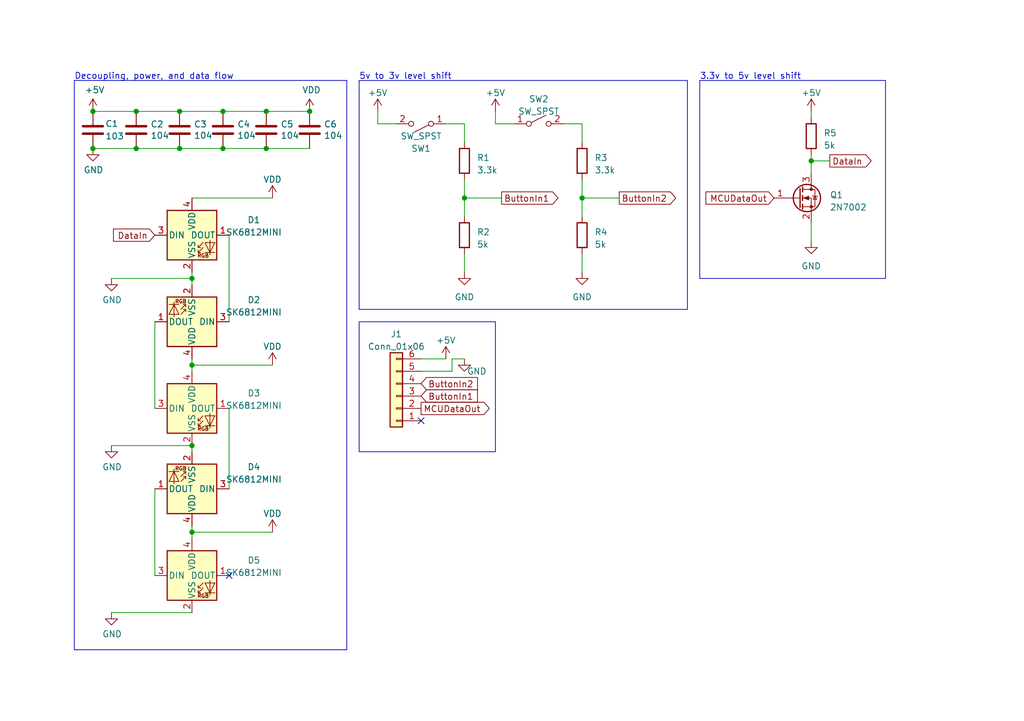
<source format=kicad_sch>
(kicad_sch (version 20230121) (generator eeschema)
  (paper "A5")
  (title_block (title "Pomoljus") (date "2023-07-10") (rev "0.2") (company "N/A"))
  (lib_symbols
    (symbol "Connector_Generic:Conn_01x06" (pin_names (offset 1.016) hide)
      (property "Reference" "J" (at 0 7.62 0))
      (property "Value" "Conn_01x06" (at 0 -10.16 0))
      (symbol "Conn_01x06_1_1"
        (rectangle (start -1.27 -7.493) (end 0 -7.747) (stroke (width 0.1524)))
        (rectangle (start -1.27 -4.953) (end 0 -5.207) (stroke (width 0.1524)))
        (rectangle (start -1.27 -2.413) (end 0 -2.667) (stroke (width 0.1524)))
        (rectangle (start -1.27 0.127) (end 0 -0.127) (stroke (width 0.1524)))
        (rectangle (start -1.27 2.667) (end 0 2.413) (stroke (width 0.1524)))
        (rectangle (start -1.27 5.207) (end 0 4.953) (stroke (width 0.1524)))
        (rectangle (start -1.27 6.35) (end 1.27 -8.89) (stroke (width 0.254)) (fill (type background)))
        (pin passive line (at -5.08 5.08 0) (length 3.81) (name "Pin_1") (number "1"))
        (pin passive line (at -5.08 2.54 0) (length 3.81) (name "Pin_2") (number "2"))
        (pin passive line (at -5.08 0 0) (length 3.81) (name "Pin_3") (number "3"))
        (pin passive line (at -5.08 -2.54 0) (length 3.81) (name "Pin_4") (number "4"))
        (pin passive line (at -5.08 -5.08 0) (length 3.81) (name "Pin_5") (number "5"))
        (pin passive line (at -5.08 -7.62 0) (length 3.81) (name "Pin_6") (number "6"))
      )
    )
    (symbol "Device:C" (pin_numbers hide) (pin_names (offset 0.254))
      (property "Reference" "C" (at 0.635 2.54 0))
      (property "Value" "C" (at 0.635 -2.54 0))
      (symbol "C_0_1"
        (polyline (pts (xy -2.032 -0.762) (xy 2.032 -0.762)) (stroke (width 0.508)))
        (polyline (pts (xy -2.032 0.762) (xy 2.032 0.762)) (stroke (width 0.508)))
      )
      (symbol "C_1_1"
        (pin passive line (at 0 3.81 270) (length 2.794) (name "~") (number "1"))
        (pin passive line (at 0 -3.81 90) (length 2.794) (name "~") (number "2"))
      )
    )
    (symbol "Device:R" (pin_numbers hide) (pin_names (offset 0))
      (property "Reference" "R" (at 2.032 0 90))
      (property "Value" "R" (at 0 0 90))
      (symbol "R_0_1"
        (rectangle (start -1.016 -2.54) (end 1.016 2.54) (stroke (width 0.254)))
      )
      (symbol "R_1_1"
        (pin passive line (at 0 3.81 270) (length 1.27) (name "~") (number "1"))
        (pin passive line (at 0 -3.81 90) (length 1.27) (name "~") (number "2"))
      )
    )
    (symbol "LED:SK6812MINI" (pin_names (offset 0.254))
      (property "Reference" "D" (at 5.08 5.715 0))
      (property "Value" "SK6812MINI" (at 1.27 -5.715 0))
      (symbol "SK6812MINI_0_0"
        (text "RGB" (at 2.286 -4.191 0) (effects (font (size 0.762 0.762))))
      )
      (symbol "SK6812MINI_0_1"
        (polyline (pts (xy 1.27 -3.556) (xy 1.778 -3.556)))
        (polyline (pts (xy 1.27 -2.54) (xy 1.778 -2.54)))
        (polyline (pts (xy 4.699 -3.556) (xy 2.667 -3.556)))
        (polyline (pts (xy 2.286 -2.54) (xy 1.27 -3.556) (xy 1.27 -3.048)))
        (polyline (pts (xy 2.286 -1.524) (xy 1.27 -2.54) (xy 1.27 -2.032)))
        (polyline (pts (xy 3.683 -1.016) (xy 3.683 -3.556) (xy 3.683 -4.064)))
        (polyline (pts (xy 4.699 -1.524) (xy 2.667 -1.524) (xy 3.683 -3.556) (xy 4.699 -1.524)))
        (rectangle (start 5.08 5.08) (end -5.08 -5.08) (stroke (width 0.254)) (fill (type background)))
      )
      (symbol "SK6812MINI_1_1"
        (pin output line (at 7.62 0 180) (length 2.54) (name "DOUT") (number "1"))
        (pin power_in line (at 0 -7.62 90) (length 2.54) (name "VSS") (number "2"))
        (pin input line (at -7.62 0 0) (length 2.54) (name "DIN") (number "3"))
        (pin power_in line (at 0 7.62 270) (length 2.54) (name "VDD") (number "4"))
      )
    )
    (symbol "Switch:SW_SPST" (pin_names (offset 0) hide)
      (property "Reference" "SW" (at 0 3.175 0))
      (property "Value" "SW_SPST" (at 0 -2.54 0))
      (symbol "SW_SPST_0_0"
        (circle (center -2.032 0) (radius 0.508))
        (polyline (pts (xy -1.524 0.254) (xy 1.524 1.778)))
        (circle (center 2.032 0) (radius 0.508))
      )
      (symbol "SW_SPST_1_1"
        (pin passive line (at -5.08 0 0) (length 2.54) (name "A") (number "1"))
        (pin passive line (at 5.08 0 180) (length 2.54) (name "B") (number "2"))
      )
    )
    (symbol "Transistor_FET:2N7002" (pin_names hide)
      (property "Reference" "Q" (at 5.08 1.905 0))
      (property "Value" "2N7002" (at 5.08 0 0))
      (symbol "2N7002_0_1"
        (polyline (pts (xy 0.254 0) (xy -2.54 0)))
        (polyline (pts (xy 0.254 1.905) (xy 0.254 -1.905)) (stroke (width 0.254)))
        (polyline (pts (xy 0.762 -1.27) (xy 0.762 -2.286)) (stroke (width 0.254)))
        (polyline (pts (xy 0.762 0.508) (xy 0.762 -0.508)) (stroke (width 0.254)))
        (polyline (pts (xy 0.762 2.286) (xy 0.762 1.27)) (stroke (width 0.254)))
        (polyline (pts (xy 2.54 2.54) (xy 2.54 1.778)))
        (polyline (pts (xy 2.54 -2.54) (xy 2.54 0) (xy 0.762 0)))
        (polyline (pts (xy 0.762 -1.778) (xy 3.302 -1.778) (xy 3.302 1.778) (xy 0.762 1.778)))
        (polyline (pts (xy 1.016 0) (xy 2.032 0.381) (xy 2.032 -0.381) (xy 1.016 0)) (fill (type outline)))
        (polyline (pts (xy 2.794 0.508) (xy 2.921 0.381) (xy 3.683 0.381) (xy 3.81 0.254)))
        (polyline (pts (xy 3.302 0.381) (xy 2.921 -0.254) (xy 3.683 -0.254) (xy 3.302 0.381)))
        (circle (center 1.651 0) (radius 2.794) (stroke (width 0.254)))
        (circle (center 2.54 -1.778) (radius 0.254) (fill (type outline)))
        (circle (center 2.54 1.778) (radius 0.254) (fill (type outline)))
      )
      (symbol "2N7002_1_1"
        (pin input line (at -5.08 0 0) (length 2.54) (name "G") (number "1"))
        (pin passive line (at 2.54 -5.08 90) (length 2.54) (name "S") (number "2"))
        (pin passive line (at 2.54 5.08 270) (length 2.54) (name "D") (number "3"))
      )
    )
    (symbol "power:+5V" (power) (pin_names (offset 0))
      (property "Value" "+5V" (at 0 3.556 0))
      (symbol "+5V_0_1"
        (polyline (pts (xy -0.762 1.27) (xy 0 2.54)))
        (polyline (pts (xy 0 0) (xy 0 2.54)))
        (polyline (pts (xy 0 2.54) (xy 0.762 1.27)))
      )
      (symbol "+5V_1_1"
        (pin power_in line (at 0 0 90) (length 0) hide (name "+5V") (number "1"))
      )
    )
    (symbol "power:GND" (power) (pin_names (offset 0))
      (property "Value" "GND" (at 0 -3.81 0))
      (symbol "GND_0_1"
        (polyline (pts (xy 0 0) (xy 0 -1.27) (xy 1.27 -1.27) (xy 0 -2.54) (xy -1.27 -1.27) (xy 0 -1.27)))
      )
      (symbol "GND_1_1"
        (pin power_in line (at 0 0 270) (length 0) hide (name "GND") (number "1"))
      )
    )
    (symbol "power:VDD" (power) (pin_names (offset 0))
      (property "Value" "VDD" (at 0 3.81 0))
      (symbol "VDD_0_1"
        (polyline (pts (xy -0.762 1.27) (xy 0 2.54)))
        (polyline (pts (xy 0 0) (xy 0 2.54)))
        (polyline (pts (xy 0 2.54) (xy 0.762 1.27)))
      )
      (symbol "VDD_1_1"
        (pin power_in line (at 0 0 90) (length 0) hide (name "VDD") (number "1"))
      )
    )
  )
  (junction (at 39.37 74.93))
  (junction (at 27.94 22.86))
  (junction (at 36.83 22.86))
  (junction (at 39.37 91.44))
  (junction (at 27.94 30.48))
  (junction (at 119.38 40.64))
  (junction (at 39.37 109.22))
  (junction (at 19.05 30.48))
  (junction (at 63.5 22.86))
  (junction (at 45.72 30.48))
  (junction (at 54.61 22.86))
  (junction (at 39.37 57.15))
  (junction (at 166.37 33.02))
  (junction (at 45.72 22.86))
  (junction (at 19.05 22.86))
  (junction (at 95.25 40.64))
  (junction (at 36.83 30.48))
  (junction (at 54.61 30.48))
  (no_connect (at 86.36 86.36))
  (no_connect (at 46.99 118.11))
  (wire (pts (xy 45.72 22.86) (xy 54.61 22.86)))
  (wire (pts (xy 166.37 33.02) (xy 166.37 35.56)))
  (wire (pts (xy 95.25 36.83) (xy 95.25 40.64)))
  (wire (pts (xy 39.37 109.22) (xy 55.88 109.22)))
  (wire (pts (xy 119.38 40.64) (xy 127 40.64)))
  (wire (pts (xy 166.37 22.86) (xy 166.37 24.13)))
  (wire (pts (xy 46.99 48.26) (xy 46.99 66.04)))
  (wire (pts (xy 77.47 25.4) (xy 81.28 25.4)))
  (wire (pts (xy 91.44 25.4) (xy 95.25 25.4)))
  (wire (pts (xy 39.37 74.93) (xy 39.37 76.2)))
  (wire (pts (xy 63.5 30.48) (xy 54.61 30.48)))
  (wire (pts (xy 39.37 55.88) (xy 39.37 57.15)))
  (wire (pts (xy 119.38 25.4) (xy 119.38 29.21)))
  (wire (pts (xy 77.47 22.86) (xy 77.47 25.4)))
  (wire (pts (xy 36.83 22.86) (xy 45.72 22.86)))
  (wire (pts (xy 119.38 36.83) (xy 119.38 40.64)))
  (wire (pts (xy 86.36 76.2) (xy 92.71 76.2)))
  (wire (pts (xy 54.61 30.48) (xy 45.72 30.48)))
  (wire (pts (xy 92.71 73.66) (xy 92.71 76.2)))
  (wire (pts (xy 39.37 91.44) (xy 39.37 92.71)))
  (wire (pts (xy 39.37 74.93) (xy 55.88 74.93)))
  (polyline (pts (xy 15.24 133.35) (xy 15.24 16.51)))
  (wire (pts (xy 39.37 57.15) (xy 22.86 57.15)))
  (polyline (pts (xy 15.24 16.51) (xy 71.12 16.51)))
  (wire (pts (xy 31.75 100.33) (xy 31.75 118.11)))
  (wire (pts (xy 27.94 30.48) (xy 19.05 30.48)))
  (wire (pts (xy 27.94 22.86) (xy 36.83 22.86)))
  (wire (pts (xy 39.37 40.64) (xy 55.88 40.64)))
  (wire (pts (xy 19.05 22.86) (xy 27.94 22.86)))
  (wire (pts (xy 46.99 83.82) (xy 46.99 100.33)))
  (wire (pts (xy 119.38 52.07) (xy 119.38 55.88)))
  (wire (pts (xy 166.37 31.75) (xy 166.37 33.02)))
  (wire (pts (xy 115.57 25.4) (xy 119.38 25.4)))
  (wire (pts (xy 95.25 73.66) (xy 92.71 73.66)))
  (wire (pts (xy 39.37 91.44) (xy 22.86 91.44)))
  (wire (pts (xy 119.38 40.64) (xy 119.38 44.45)))
  (wire (pts (xy 166.37 45.72) (xy 166.37 49.53)))
  (wire (pts (xy 166.37 33.02) (xy 170.18 33.02)))
  (wire (pts (xy 95.25 25.4) (xy 95.25 29.21)))
  (wire (pts (xy 39.37 107.95) (xy 39.37 109.22)))
  (wire (pts (xy 36.83 30.48) (xy 27.94 30.48)))
  (wire (pts (xy 95.25 40.64) (xy 95.25 44.45)))
  (polyline (pts (xy 71.12 133.35) (xy 15.24 133.35)))
  (wire (pts (xy 39.37 125.73) (xy 22.86 125.73)))
  (wire (pts (xy 54.61 22.86) (xy 63.5 22.86)))
  (wire (pts (xy 95.25 52.07) (xy 95.25 55.88)))
  (wire (pts (xy 45.72 30.48) (xy 36.83 30.48)))
  (wire (pts (xy 95.25 40.64) (xy 102.87 40.64)))
  (wire (pts (xy 31.75 66.04) (xy 31.75 83.82)))
  (wire (pts (xy 101.6 22.86) (xy 101.6 25.4)))
  (wire (pts (xy 39.37 57.15) (xy 39.37 58.42)))
  (wire (pts (xy 101.6 25.4) (xy 105.41 25.4)))
  (wire (pts (xy 39.37 73.66) (xy 39.37 74.93)))
  (wire (pts (xy 39.37 109.22) (xy 39.37 110.49)))
  (polyline (pts (xy 71.12 16.51) (xy 71.12 133.35)))
  (wire (pts (xy 86.36 73.66) (xy 91.44 73.66)))
  (rectangle (start 73.66 16.51) (end 140.97 63.5))
  (rectangle (start 73.66 66.04) (end 101.6 92.71))
  (rectangle (start 143.51 16.51) (end 181.61 57.15))
  (text "3.3v to 5v level shift" (at 143.51 16.51 0) (effects (font (size 1.27 1.27)) (justify left bottom)))
  (text "Decoupling, power, and data flow" (at 15.24 16.51 0) (effects (font (size 1.27 1.27)) (justify left bottom)))
  (text "5v to 3v level shift" (at 73.66 16.51 0) (effects (font (size 1.27 1.27)) (justify left bottom)))
  (global_label "MCUDataOut" (shape input) (at 158.75 40.64 180) (property "Intersheetrefs" "${INTERSHEET_REFS}" (effects hide)))
  (global_label "ButtonIn2" (shape output) (at 127 40.64 0) (property "Intersheetrefs" "${INTERSHEET_REFS}" (effects hide)))
  (global_label "MCUDataOut" (shape output) (at 86.36 83.82 0) (property "Intersheetrefs" "${INTERSHEET_REFS}" (effects hide)))
  (global_label "ButtonIn1" (shape input) (at 86.36 81.28 0) (property "Intersheetrefs" "${INTERSHEET_REFS}" (effects hide)))
  (global_label "ButtonIn2" (shape input) (at 86.36 78.74 0) (property "Intersheetrefs" "${INTERSHEET_REFS}" (effects hide)))
  (global_label "DataIn" (shape output) (at 170.18 33.02 0) (property "Intersheetrefs" "${INTERSHEET_REFS}" (effects hide)))
  (global_label "ButtonIn1" (shape output) (at 102.87 40.64 0) (property "Intersheetrefs" "${INTERSHEET_REFS}" (effects hide)))
  (global_label "DataIn" (shape input) (at 31.75 48.26 180) (property "Intersheetrefs" "${INTERSHEET_REFS}" (effects hide)))
  (symbol (lib_id "Device:C") (at 27.94 26.67 0) (unit 1)
    (property "Reference" "C2" (at 30.861 25.5016 0) (effects (justify left)))
    (property "Value" "104" (at 30.861 27.813 0) (effects (justify left)))
    (property "Footprint" "Capacitor_SMD:C_0805_2012Metric_Pad1.18x1.45mm_HandSolder" (effects hide))
  )
  (symbol (lib_id "Device:C") (at 36.83 26.67 0) (unit 1)
    (property "Reference" "C3" (at 39.751 25.5016 0) (effects (justify left)))
    (property "Value" "104" (at 39.751 27.813 0) (effects (justify left)))
    (property "Footprint" "Capacitor_SMD:C_0805_2012Metric_Pad1.18x1.45mm_HandSolder" (effects hide))
  )
  (symbol (lib_id "Device:C") (at 45.72 26.67 0) (unit 1)
    (property "Reference" "C4" (at 48.641 25.5016 0) (effects (justify left)))
    (property "Value" "104" (at 48.641 27.813 0) (effects (justify left)))
    (property "Footprint" "Capacitor_SMD:C_0805_2012Metric_Pad1.18x1.45mm_HandSolder" (effects hide))
  )
  (symbol (lib_id "Device:C") (at 54.61 26.67 0) (unit 1)
    (property "Reference" "C5" (at 57.531 25.5016 0) (effects (justify left)))
    (property "Value" "104" (at 57.531 27.813 0) (effects (justify left)))
    (property "Footprint" "Capacitor_SMD:C_0805_2012Metric_Pad1.18x1.45mm_HandSolder" (effects hide))
  )
  (symbol (lib_id "Device:C") (at 63.5 26.67 0) (unit 1)
    (property "Reference" "C6" (at 66.421 25.5016 0) (effects (justify left)))
    (property "Value" "104" (at 66.421 27.813 0) (effects (justify left)))
    (property "Footprint" "Capacitor_SMD:C_0805_2012Metric_Pad1.18x1.45mm_HandSolder" (effects hide))
  )
  (symbol (lib_id "power:+5V") (at 19.05 22.86 0) (unit 1)
    (property "Reference" "#PWR015" (effects hide))
    (property "Value" "+5V" (at 19.431 18.4658 0))
  )
  (symbol (lib_id "power:GND") (at 19.05 30.48 0) (unit 1)
    (property "Reference" "#PWR016" (effects hide))
    (property "Value" "GND" (at 19.177 34.8742 0))
  )
  (symbol (lib_id "power:VDD") (at 63.5 22.86 0) (unit 1)
    (property "Reference" "#PWR017" (effects hide))
    (property "Value" "VDD" (at 63.881 18.4658 0))
  )
  (symbol (lib_id "Transistor_FET:2N7002") (at 163.83 40.64 0) (unit 1)
    (property "Reference" "Q1" (at 170.18 40.005 0) (effects (justify left)))
    (property "Value" "2N7002" (at 170.18 42.545 0) (effects (justify left)))
    (property "Footprint" "Package_TO_SOT_SMD:SOT-23" (effects hide))
    (property "Datasheet" "https://www.onsemi.com/pub/Collateral/NDS7002A-D.PDF" (effects hide))
  )
  (symbol (lib_id "LED:SK6812MINI") (at 39.37 83.82 0) (unit 1)
    (property "Reference" "D3" (at 52.07 80.6959 0))
    (property "Value" "SK6812MINI" (at 52.07 83.2359 0))
    (property "Footprint" "LED_SMD:LED_SK6812MINI_PLCC4_3.5x3.5mm_P1.75mm" (effects hide))
    (property "Datasheet" "https://cdn-shop.adafruit.com/product-files/2686/SK6812MINI_REV.01-1-2.pdf" (effects hide))
  )
  (symbol (lib_id "Device:R") (at 95.25 48.26 0) (unit 1)
    (property "Reference" "R2" (at 97.79 47.625 0) (effects (justify left)))
    (property "Value" "5k" (at 97.79 50.165 0) (effects (justify left)))
    (property "Footprint" "Resistor_SMD:R_0603_1608Metric_Pad0.98x0.95mm_HandSolder" (effects hide))
  )
  (symbol (lib_id "Switch:SW_SPST") (at 86.36 25.4 180) (unit 1)
    (property "Reference" "SW1" (at 86.36 30.48 0))
    (property "Value" "SW_SPST" (at 86.36 27.94 0))
    (property "Footprint" "CustomFootprints:MyButton" (effects hide))
  )
  (symbol (lib_id "power:GND") (at 22.86 125.73 0) (unit 1)
    (property "Reference" "#PWR09" (effects hide))
    (property "Value" "GND" (at 22.987 130.1242 0))
  )
  (symbol (lib_id "power:GND") (at 22.86 91.44 0) (unit 1)
    (property "Reference" "#PWR08" (effects hide))
    (property "Value" "GND" (at 22.987 95.8342 0))
  )
  (symbol (lib_id "LED:SK6812MINI") (at 39.37 66.04 180) (unit 1)
    (property "Reference" "D2" (at 52.07 61.5441 0))
    (property "Value" "SK6812MINI" (at 52.07 64.0841 0))
    (property "Footprint" "LED_SMD:LED_SK6812MINI_PLCC4_3.5x3.5mm_P1.75mm" (effects hide))
    (property "Datasheet" "https://cdn-shop.adafruit.com/product-files/2686/SK6812MINI_REV.01-1-2.pdf" (effects hide))
  )
  (symbol (lib_id "LED:SK6812MINI") (at 39.37 48.26 0) (unit 1)
    (property "Reference" "D1" (at 52.07 45.1359 0))
    (property "Value" "SK6812MINI" (at 52.07 47.6759 0))
    (property "Footprint" "LED_SMD:LED_SK6812MINI_PLCC4_3.5x3.5mm_P1.75mm" (effects hide))
    (property "Datasheet" "https://cdn-shop.adafruit.com/product-files/2686/SK6812MINI_REV.01-1-2.pdf" (effects hide))
  )
  (symbol (lib_id "power:+5V") (at 91.44 73.66 0) (unit 1)
    (property "Reference" "#PWR013" (effects hide))
    (property "Value" "+5V" (at 91.44 69.85 0))
  )
  (symbol (lib_id "Device:R") (at 166.37 27.94 0) (unit 1)
    (property "Reference" "R5" (at 168.91 27.305 0) (effects (justify left)))
    (property "Value" "5k" (at 168.91 29.845 0) (effects (justify left)))
    (property "Footprint" "Resistor_SMD:R_0603_1608Metric_Pad0.98x0.95mm_HandSolder" (effects hide))
  )
  (symbol (lib_id "power:GND") (at 22.86 57.15 0) (unit 1)
    (property "Reference" "#PWR07" (effects hide))
    (property "Value" "GND" (at 22.987 61.5442 0))
  )
  (symbol (lib_id "Device:R") (at 95.25 33.02 0) (unit 1)
    (property "Reference" "R1" (at 97.79 32.385 0) (effects (justify left)))
    (property "Value" "3.3k" (at 97.79 34.925 0) (effects (justify left)))
    (property "Footprint" "Resistor_SMD:R_0603_1608Metric_Pad0.98x0.95mm_HandSolder" (effects hide))
  )
  (symbol (lib_id "Device:C") (at 19.05 26.67 0) (unit 1)
    (property "Reference" "C1" (at 21.59 25.4 0) (effects (justify left)))
    (property "Value" "103" (at 21.59 27.94 0) (effects (justify left)))
    (property "Footprint" "Capacitor_SMD:C_0805_2012Metric_Pad1.18x1.45mm_HandSolder" (effects hide))
  )
  (symbol (lib_id "power:+5V") (at 166.37 22.86 0) (unit 1)
    (property "Reference" "#PWR05" (effects hide))
    (property "Value" "+5V" (at 166.37 19.05 0))
  )
  (symbol (lib_id "power:+5V") (at 77.47 22.86 0) (unit 1)
    (property "Reference" "#PWR01" (effects hide))
    (property "Value" "+5V" (at 77.47 19.05 0))
  )
  (symbol (lib_id "power:GND") (at 166.37 49.53 0) (unit 1)
    (property "Reference" "#PWR06" (effects hide))
    (property "Value" "GND" (at 166.37 54.61 0))
  )
  (symbol (lib_id "power:GND") (at 119.38 55.88 0) (unit 1)
    (property "Reference" "#PWR04" (effects hide))
    (property "Value" "GND" (at 119.38 60.96 0))
  )
  (symbol (lib_id "power:VDD") (at 55.88 40.64 0) (unit 1)
    (property "Reference" "#PWR010" (effects hide))
    (property "Value" "VDD" (at 55.88 36.83 0))
  )
  (symbol (lib_id "power:GND") (at 95.25 55.88 0) (unit 1)
    (property "Reference" "#PWR02" (effects hide))
    (property "Value" "GND" (at 95.25 60.96 0))
  )
  (symbol (lib_id "power:GND") (at 95.25 73.66 0) (unit 1)
    (property "Reference" "#PWR014" (effects hide))
    (property "Value" "GND" (at 97.79 76.2 0))
  )
  (symbol (lib_id "LED:SK6812MINI") (at 39.37 100.33 180) (unit 1)
    (property "Reference" "D4" (at 52.07 95.8341 0))
    (property "Value" "SK6812MINI" (at 52.07 98.3741 0))
    (property "Footprint" "LED_SMD:LED_SK6812MINI_PLCC4_3.5x3.5mm_P1.75mm" (effects hide))
    (property "Datasheet" "https://cdn-shop.adafruit.com/product-files/2686/SK6812MINI_REV.01-1-2.pdf" (effects hide))
  )
  (symbol (lib_id "power:VDD") (at 55.88 109.22 0) (unit 1)
    (property "Reference" "#PWR012" (effects hide))
    (property "Value" "VDD" (at 55.88 105.41 0))
  )
  (symbol (lib_id "Device:R") (at 119.38 48.26 0) (unit 1)
    (property "Reference" "R4" (at 121.92 47.625 0) (effects (justify left)))
    (property "Value" "5k" (at 121.92 50.165 0) (effects (justify left)))
    (property "Footprint" "Resistor_SMD:R_0603_1608Metric_Pad0.98x0.95mm_HandSolder" (effects hide))
  )
  (symbol (lib_id "Device:R") (at 119.38 33.02 0) (unit 1)
    (property "Reference" "R3" (at 121.92 32.385 0) (effects (justify left)))
    (property "Value" "3.3k" (at 121.92 34.925 0) (effects (justify left)))
    (property "Footprint" "Resistor_SMD:R_0603_1608Metric_Pad0.98x0.95mm_HandSolder" (effects hide))
  )
  (symbol (lib_id "Connector_Generic:Conn_01x06") (at 81.28 81.28 180) (unit 1)
    (property "Reference" "J1" (at 81.28 68.58 0))
    (property "Value" "Conn_01x06" (at 81.28 71.12 0))
    (property "Footprint" "Connector_JST:JST_SH_SM06B-SRSS-TB_1x06-1MP_P1.00mm_Horizontal" (effects hide))
  )
  (symbol (lib_id "power:VDD") (at 55.88 74.93 0) (unit 1)
    (property "Reference" "#PWR011" (effects hide))
    (property "Value" "VDD" (at 55.88 71.12 0))
  )
  (symbol (lib_id "Switch:SW_SPST") (at 110.49 25.4 0) (unit 1)
    (property "Reference" "SW2" (at 110.49 20.32 0))
    (property "Value" "SW_SPST" (at 110.49 22.86 0))
    (property "Footprint" "CustomFootprints:MyButton" (effects hide))
  )
  (symbol (lib_id "LED:SK6812MINI") (at 39.37 118.11 0) (unit 1)
    (property "Reference" "D5" (at 52.07 114.9859 0))
    (property "Value" "SK6812MINI" (at 52.07 117.5259 0))
    (property "Footprint" "LED_SMD:LED_SK6812MINI_PLCC4_3.5x3.5mm_P1.75mm" (effects hide))
    (property "Datasheet" "https://cdn-shop.adafruit.com/product-files/2686/SK6812MINI_REV.01-1-2.pdf" (effects hide))
  )
  (symbol (lib_id "power:+5V") (at 101.6 22.86 0) (unit 1)
    (property "Reference" "#PWR03" (effects hide))
    (property "Value" "+5V" (at 101.6 19.05 0))
  )
)
</source>
